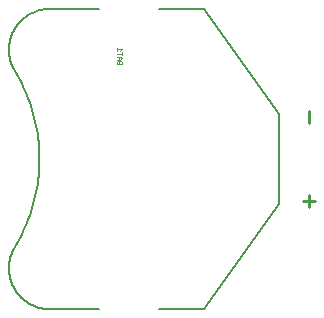
<source format=gbr>
G04 EAGLE Gerber RS-274X export*
G75*
%MOMM*%
%FSLAX34Y34*%
%LPD*%
%INSilkscreen Bottom*%
%IPPOS*%
%AMOC8*
5,1,8,0,0,1.08239X$1,22.5*%
G01*
%ADD10C,0.279400*%
%ADD11C,0.203200*%
%ADD12C,0.025400*%


D10*
X254006Y183145D02*
X254006Y193145D01*
X258953Y116846D02*
X248954Y116846D01*
X253953Y111847D02*
X253953Y121846D01*
D11*
X228600Y114300D02*
X228600Y190500D01*
X165100Y279400D01*
X228600Y114300D02*
X165100Y25400D01*
X3810Y76200D02*
X5618Y79186D01*
X7353Y82214D01*
X9015Y85284D01*
X10602Y88393D01*
X12113Y91539D01*
X13547Y94721D01*
X14904Y97937D01*
X16183Y101185D01*
X17383Y104462D01*
X18503Y107768D01*
X19543Y111100D01*
X20502Y114456D01*
X21380Y117834D01*
X22175Y121233D01*
X22888Y124650D01*
X23518Y128083D01*
X24065Y131530D01*
X24528Y134990D01*
X24908Y138460D01*
X25203Y141938D01*
X25414Y145422D01*
X25541Y148910D01*
X25583Y152400D01*
X25541Y155890D01*
X25414Y159378D01*
X25203Y162862D01*
X24908Y166340D01*
X24528Y169810D01*
X24065Y173270D01*
X23518Y176717D01*
X22888Y180150D01*
X22175Y183567D01*
X21380Y186966D01*
X20502Y190344D01*
X19543Y193700D01*
X18503Y197032D01*
X17383Y200338D01*
X16183Y203615D01*
X14904Y206863D01*
X13547Y210079D01*
X12113Y213261D01*
X10602Y216407D01*
X9015Y219516D01*
X7353Y222586D01*
X5618Y225614D01*
X3810Y228600D01*
X127000Y25400D02*
X165100Y25400D01*
X165100Y279400D02*
X127000Y279400D01*
X38100Y279400D02*
X37260Y279477D01*
X36419Y279533D01*
X35576Y279569D01*
X34733Y279584D01*
X33890Y279579D01*
X33047Y279554D01*
X32205Y279508D01*
X31364Y279441D01*
X30525Y279354D01*
X29689Y279247D01*
X28855Y279120D01*
X28025Y278972D01*
X27198Y278804D01*
X26376Y278616D01*
X25559Y278409D01*
X24747Y278181D01*
X23940Y277934D01*
X23140Y277667D01*
X22347Y277381D01*
X21561Y277076D01*
X20782Y276752D01*
X20012Y276409D01*
X19250Y276048D01*
X18497Y275668D01*
X17753Y275270D01*
X17020Y274854D01*
X16297Y274420D01*
X15584Y273969D01*
X14883Y273501D01*
X14193Y273016D01*
X13515Y272514D01*
X12850Y271996D01*
X12197Y271462D01*
X11557Y270912D01*
X10931Y270347D01*
X10319Y269767D01*
X9721Y269172D01*
X9138Y268563D01*
X8570Y267940D01*
X8017Y267303D01*
X7480Y266653D01*
X6958Y265990D01*
X6453Y265315D01*
X5964Y264628D01*
X5493Y263929D01*
X5038Y263219D01*
X4600Y262498D01*
X4181Y261766D01*
X3779Y261025D01*
X3395Y260274D01*
X3030Y259514D01*
X2683Y258745D01*
X2355Y257968D01*
X2046Y257183D01*
X1756Y256391D01*
X1485Y255593D01*
X1234Y254788D01*
X1002Y253977D01*
X791Y253161D01*
X599Y252339D01*
X427Y251514D01*
X275Y250684D01*
X143Y249851D01*
X32Y249015D01*
X-60Y248177D01*
X-130Y247337D01*
X-181Y246495D01*
X-211Y245652D01*
X-220Y244809D01*
X-209Y243965D01*
X-177Y243123D01*
X-125Y242281D01*
X-53Y241441D01*
X40Y240603D01*
X153Y239767D01*
X286Y238934D01*
X439Y238105D01*
X613Y237280D01*
X807Y236459D01*
X1020Y235643D01*
X1253Y234832D01*
X1506Y234028D01*
X1778Y233230D01*
X2070Y232438D01*
X2380Y231654D01*
X2710Y230878D01*
X3058Y230110D01*
X3425Y229351D01*
X3810Y228600D01*
X3810Y76200D02*
X3425Y75450D01*
X3058Y74691D01*
X2710Y73923D01*
X2381Y73146D01*
X2070Y72362D01*
X1779Y71571D01*
X1506Y70773D01*
X1254Y69968D01*
X1021Y69158D01*
X807Y68342D01*
X614Y67521D01*
X440Y66696D01*
X287Y65867D01*
X153Y65034D01*
X40Y64198D01*
X-52Y63360D01*
X-125Y62520D01*
X-176Y61678D01*
X-208Y60835D01*
X-219Y59992D01*
X-210Y59149D01*
X-180Y58306D01*
X-129Y57464D01*
X-58Y56624D01*
X33Y55786D01*
X144Y54950D01*
X276Y54117D01*
X428Y53287D01*
X600Y52462D01*
X792Y51641D01*
X1004Y50824D01*
X1235Y50013D01*
X1486Y49208D01*
X1757Y48410D01*
X2047Y47618D01*
X2356Y46833D01*
X2684Y46056D01*
X3031Y45288D01*
X3396Y44528D01*
X3780Y43777D01*
X4182Y43035D01*
X4602Y42304D01*
X5039Y41583D01*
X5494Y40873D01*
X5966Y40174D01*
X6454Y39486D01*
X6959Y38811D01*
X7481Y38148D01*
X8018Y37498D01*
X8571Y36862D01*
X9139Y36239D01*
X9722Y35629D01*
X10320Y35035D01*
X10932Y34454D01*
X11558Y33889D01*
X12198Y33340D01*
X12850Y32806D01*
X13516Y32288D01*
X14194Y31786D01*
X14883Y31301D01*
X15585Y30832D01*
X16297Y30381D01*
X17021Y29948D01*
X17754Y29532D01*
X18498Y29134D01*
X19250Y28754D01*
X20012Y28392D01*
X20783Y28049D01*
X21561Y27725D01*
X22347Y27420D01*
X23141Y27134D01*
X23941Y26867D01*
X24747Y26620D01*
X25559Y26393D01*
X26376Y26185D01*
X27199Y25997D01*
X28025Y25829D01*
X28855Y25682D01*
X29689Y25554D01*
X30525Y25447D01*
X31364Y25360D01*
X32205Y25294D01*
X33047Y25247D01*
X33890Y25222D01*
X34733Y25217D01*
X35576Y25232D01*
X36419Y25268D01*
X37260Y25324D01*
X38100Y25400D01*
X38100Y279400D02*
X76200Y279400D01*
X76200Y25400D02*
X38100Y25400D01*
D12*
X91313Y232809D02*
X95126Y232809D01*
X95126Y234715D01*
X94491Y235351D01*
X93855Y235351D01*
X93220Y234715D01*
X92584Y235351D01*
X91949Y235351D01*
X91313Y234715D01*
X91313Y232809D01*
X93220Y232809D02*
X93220Y234715D01*
X93855Y236551D02*
X91313Y236551D01*
X93855Y236551D02*
X95126Y237822D01*
X93855Y239093D01*
X91313Y239093D01*
X93220Y239093D02*
X93220Y236551D01*
X91313Y241564D02*
X95126Y241564D01*
X95126Y240293D02*
X95126Y242835D01*
X93855Y244035D02*
X95126Y245306D01*
X91313Y245306D01*
X91313Y244035D02*
X91313Y246577D01*
M02*

</source>
